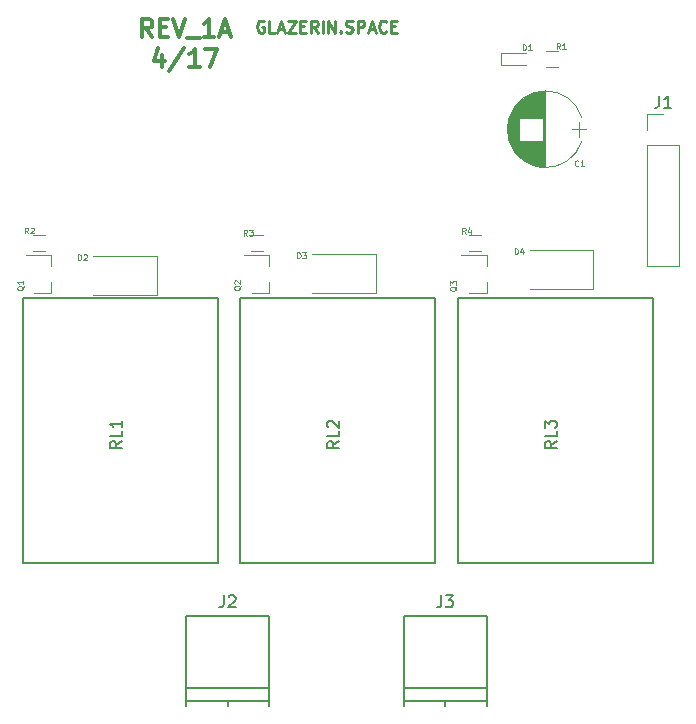
<source format=gto>
G04 #@! TF.FileFunction,Legend,Top*
%FSLAX46Y46*%
G04 Gerber Fmt 4.6, Leading zero omitted, Abs format (unit mm)*
G04 Created by KiCad (PCBNEW 4.0.6) date 04/22/17 16:30:30*
%MOMM*%
%LPD*%
G01*
G04 APERTURE LIST*
%ADD10C,0.100000*%
%ADD11C,0.250000*%
%ADD12C,0.300000*%
%ADD13C,0.150000*%
%ADD14C,0.120000*%
%ADD15C,0.125000*%
G04 APERTURE END LIST*
D10*
D11*
X148820858Y-65413000D02*
X148725620Y-65365381D01*
X148582763Y-65365381D01*
X148439905Y-65413000D01*
X148344667Y-65508238D01*
X148297048Y-65603476D01*
X148249429Y-65793952D01*
X148249429Y-65936810D01*
X148297048Y-66127286D01*
X148344667Y-66222524D01*
X148439905Y-66317762D01*
X148582763Y-66365381D01*
X148678001Y-66365381D01*
X148820858Y-66317762D01*
X148868477Y-66270143D01*
X148868477Y-65936810D01*
X148678001Y-65936810D01*
X149773239Y-66365381D02*
X149297048Y-66365381D01*
X149297048Y-65365381D01*
X150058953Y-66079667D02*
X150535144Y-66079667D01*
X149963715Y-66365381D02*
X150297048Y-65365381D01*
X150630382Y-66365381D01*
X150868477Y-65365381D02*
X151535144Y-65365381D01*
X150868477Y-66365381D01*
X151535144Y-66365381D01*
X151916096Y-65841571D02*
X152249430Y-65841571D01*
X152392287Y-66365381D02*
X151916096Y-66365381D01*
X151916096Y-65365381D01*
X152392287Y-65365381D01*
X153392287Y-66365381D02*
X153058953Y-65889190D01*
X152820858Y-66365381D02*
X152820858Y-65365381D01*
X153201811Y-65365381D01*
X153297049Y-65413000D01*
X153344668Y-65460619D01*
X153392287Y-65555857D01*
X153392287Y-65698714D01*
X153344668Y-65793952D01*
X153297049Y-65841571D01*
X153201811Y-65889190D01*
X152820858Y-65889190D01*
X153820858Y-66365381D02*
X153820858Y-65365381D01*
X154297048Y-66365381D02*
X154297048Y-65365381D01*
X154868477Y-66365381D01*
X154868477Y-65365381D01*
X155344667Y-66270143D02*
X155392286Y-66317762D01*
X155344667Y-66365381D01*
X155297048Y-66317762D01*
X155344667Y-66270143D01*
X155344667Y-66365381D01*
X155773238Y-66317762D02*
X155916095Y-66365381D01*
X156154191Y-66365381D01*
X156249429Y-66317762D01*
X156297048Y-66270143D01*
X156344667Y-66174905D01*
X156344667Y-66079667D01*
X156297048Y-65984429D01*
X156249429Y-65936810D01*
X156154191Y-65889190D01*
X155963714Y-65841571D01*
X155868476Y-65793952D01*
X155820857Y-65746333D01*
X155773238Y-65651095D01*
X155773238Y-65555857D01*
X155820857Y-65460619D01*
X155868476Y-65413000D01*
X155963714Y-65365381D01*
X156201810Y-65365381D01*
X156344667Y-65413000D01*
X156773238Y-66365381D02*
X156773238Y-65365381D01*
X157154191Y-65365381D01*
X157249429Y-65413000D01*
X157297048Y-65460619D01*
X157344667Y-65555857D01*
X157344667Y-65698714D01*
X157297048Y-65793952D01*
X157249429Y-65841571D01*
X157154191Y-65889190D01*
X156773238Y-65889190D01*
X157725619Y-66079667D02*
X158201810Y-66079667D01*
X157630381Y-66365381D02*
X157963714Y-65365381D01*
X158297048Y-66365381D01*
X159201810Y-66270143D02*
X159154191Y-66317762D01*
X159011334Y-66365381D01*
X158916096Y-66365381D01*
X158773238Y-66317762D01*
X158678000Y-66222524D01*
X158630381Y-66127286D01*
X158582762Y-65936810D01*
X158582762Y-65793952D01*
X158630381Y-65603476D01*
X158678000Y-65508238D01*
X158773238Y-65413000D01*
X158916096Y-65365381D01*
X159011334Y-65365381D01*
X159154191Y-65413000D01*
X159201810Y-65460619D01*
X159630381Y-65841571D02*
X159963715Y-65841571D01*
X160106572Y-66365381D02*
X159630381Y-66365381D01*
X159630381Y-65365381D01*
X160106572Y-65365381D01*
D12*
X139390787Y-66713571D02*
X138890787Y-65999286D01*
X138533644Y-66713571D02*
X138533644Y-65213571D01*
X139105072Y-65213571D01*
X139247930Y-65285000D01*
X139319358Y-65356429D01*
X139390787Y-65499286D01*
X139390787Y-65713571D01*
X139319358Y-65856429D01*
X139247930Y-65927857D01*
X139105072Y-65999286D01*
X138533644Y-65999286D01*
X140033644Y-65927857D02*
X140533644Y-65927857D01*
X140747930Y-66713571D02*
X140033644Y-66713571D01*
X140033644Y-65213571D01*
X140747930Y-65213571D01*
X141176501Y-65213571D02*
X141676501Y-66713571D01*
X142176501Y-65213571D01*
X142319358Y-66856429D02*
X143462215Y-66856429D01*
X144605072Y-66713571D02*
X143747929Y-66713571D01*
X144176501Y-66713571D02*
X144176501Y-65213571D01*
X144033644Y-65427857D01*
X143890786Y-65570714D01*
X143747929Y-65642143D01*
X145176500Y-66285000D02*
X145890786Y-66285000D01*
X145033643Y-66713571D02*
X145533643Y-65213571D01*
X146033643Y-66713571D01*
X140247929Y-68263571D02*
X140247929Y-69263571D01*
X139890786Y-67692143D02*
X139533643Y-68763571D01*
X140462215Y-68763571D01*
X142105071Y-67692143D02*
X140819357Y-69620714D01*
X143390786Y-69263571D02*
X142533643Y-69263571D01*
X142962215Y-69263571D02*
X142962215Y-67763571D01*
X142819358Y-67977857D01*
X142676500Y-68120714D01*
X142533643Y-68192143D01*
X143890786Y-67763571D02*
X144890786Y-67763571D01*
X144247929Y-69263571D01*
D13*
X165263000Y-111301500D02*
X181763000Y-111301500D01*
X181763000Y-111301500D02*
X181763000Y-88801500D01*
X165263000Y-88801500D02*
X181763000Y-88801500D01*
X165263000Y-111301500D02*
X165263000Y-88801500D01*
D14*
X169588060Y-75528357D02*
G75*
G03X175764736Y-75529000I3088440J979357D01*
G01*
X169588060Y-73569643D02*
G75*
G02X175764736Y-73569000I3088440J-979357D01*
G01*
X169588060Y-73569643D02*
G75*
G03X169588264Y-75529000I3088440J-979357D01*
G01*
X172676500Y-77749000D02*
X172676500Y-71349000D01*
X172636500Y-77749000D02*
X172636500Y-71349000D01*
X172596500Y-77749000D02*
X172596500Y-71349000D01*
X172556500Y-77747000D02*
X172556500Y-71351000D01*
X172516500Y-77746000D02*
X172516500Y-71352000D01*
X172476500Y-77743000D02*
X172476500Y-71355000D01*
X172436500Y-77741000D02*
X172436500Y-71357000D01*
X172396500Y-77737000D02*
X172396500Y-75529000D01*
X172396500Y-73569000D02*
X172396500Y-71361000D01*
X172356500Y-77734000D02*
X172356500Y-75529000D01*
X172356500Y-73569000D02*
X172356500Y-71364000D01*
X172316500Y-77729000D02*
X172316500Y-75529000D01*
X172316500Y-73569000D02*
X172316500Y-71369000D01*
X172276500Y-77725000D02*
X172276500Y-75529000D01*
X172276500Y-73569000D02*
X172276500Y-71373000D01*
X172236500Y-77719000D02*
X172236500Y-75529000D01*
X172236500Y-73569000D02*
X172236500Y-71379000D01*
X172196500Y-77714000D02*
X172196500Y-75529000D01*
X172196500Y-73569000D02*
X172196500Y-71384000D01*
X172156500Y-77707000D02*
X172156500Y-75529000D01*
X172156500Y-73569000D02*
X172156500Y-71391000D01*
X172116500Y-77701000D02*
X172116500Y-75529000D01*
X172116500Y-73569000D02*
X172116500Y-71397000D01*
X172076500Y-77693000D02*
X172076500Y-75529000D01*
X172076500Y-73569000D02*
X172076500Y-71405000D01*
X172036500Y-77686000D02*
X172036500Y-75529000D01*
X172036500Y-73569000D02*
X172036500Y-71412000D01*
X171996500Y-77677000D02*
X171996500Y-75529000D01*
X171996500Y-73569000D02*
X171996500Y-71421000D01*
X171955500Y-77668000D02*
X171955500Y-75529000D01*
X171955500Y-73569000D02*
X171955500Y-71430000D01*
X171915500Y-77659000D02*
X171915500Y-75529000D01*
X171915500Y-73569000D02*
X171915500Y-71439000D01*
X171875500Y-77649000D02*
X171875500Y-75529000D01*
X171875500Y-73569000D02*
X171875500Y-71449000D01*
X171835500Y-77639000D02*
X171835500Y-75529000D01*
X171835500Y-73569000D02*
X171835500Y-71459000D01*
X171795500Y-77628000D02*
X171795500Y-75529000D01*
X171795500Y-73569000D02*
X171795500Y-71470000D01*
X171755500Y-77616000D02*
X171755500Y-75529000D01*
X171755500Y-73569000D02*
X171755500Y-71482000D01*
X171715500Y-77604000D02*
X171715500Y-75529000D01*
X171715500Y-73569000D02*
X171715500Y-71494000D01*
X171675500Y-77591000D02*
X171675500Y-75529000D01*
X171675500Y-73569000D02*
X171675500Y-71507000D01*
X171635500Y-77578000D02*
X171635500Y-75529000D01*
X171635500Y-73569000D02*
X171635500Y-71520000D01*
X171595500Y-77564000D02*
X171595500Y-75529000D01*
X171595500Y-73569000D02*
X171595500Y-71534000D01*
X171555500Y-77550000D02*
X171555500Y-75529000D01*
X171555500Y-73569000D02*
X171555500Y-71548000D01*
X171515500Y-77535000D02*
X171515500Y-75529000D01*
X171515500Y-73569000D02*
X171515500Y-71563000D01*
X171475500Y-77519000D02*
X171475500Y-75529000D01*
X171475500Y-73569000D02*
X171475500Y-71579000D01*
X171435500Y-77503000D02*
X171435500Y-75529000D01*
X171435500Y-73569000D02*
X171435500Y-71595000D01*
X171395500Y-77486000D02*
X171395500Y-75529000D01*
X171395500Y-73569000D02*
X171395500Y-71612000D01*
X171355500Y-77468000D02*
X171355500Y-75529000D01*
X171355500Y-73569000D02*
X171355500Y-71630000D01*
X171315500Y-77450000D02*
X171315500Y-75529000D01*
X171315500Y-73569000D02*
X171315500Y-71648000D01*
X171275500Y-77431000D02*
X171275500Y-75529000D01*
X171275500Y-73569000D02*
X171275500Y-71667000D01*
X171235500Y-77412000D02*
X171235500Y-75529000D01*
X171235500Y-73569000D02*
X171235500Y-71686000D01*
X171195500Y-77392000D02*
X171195500Y-75529000D01*
X171195500Y-73569000D02*
X171195500Y-71706000D01*
X171155500Y-77371000D02*
X171155500Y-75529000D01*
X171155500Y-73569000D02*
X171155500Y-71727000D01*
X171115500Y-77349000D02*
X171115500Y-75529000D01*
X171115500Y-73569000D02*
X171115500Y-71749000D01*
X171075500Y-77327000D02*
X171075500Y-75529000D01*
X171075500Y-73569000D02*
X171075500Y-71771000D01*
X171035500Y-77304000D02*
X171035500Y-75529000D01*
X171035500Y-73569000D02*
X171035500Y-71794000D01*
X170995500Y-77280000D02*
X170995500Y-75529000D01*
X170995500Y-73569000D02*
X170995500Y-71818000D01*
X170955500Y-77255000D02*
X170955500Y-75529000D01*
X170955500Y-73569000D02*
X170955500Y-71843000D01*
X170915500Y-77230000D02*
X170915500Y-75529000D01*
X170915500Y-73569000D02*
X170915500Y-71868000D01*
X170875500Y-77203000D02*
X170875500Y-75529000D01*
X170875500Y-73569000D02*
X170875500Y-71895000D01*
X170835500Y-77176000D02*
X170835500Y-75529000D01*
X170835500Y-73569000D02*
X170835500Y-71922000D01*
X170795500Y-77148000D02*
X170795500Y-75529000D01*
X170795500Y-73569000D02*
X170795500Y-71950000D01*
X170755500Y-77119000D02*
X170755500Y-75529000D01*
X170755500Y-73569000D02*
X170755500Y-71979000D01*
X170715500Y-77089000D02*
X170715500Y-75529000D01*
X170715500Y-73569000D02*
X170715500Y-72009000D01*
X170675500Y-77059000D02*
X170675500Y-75529000D01*
X170675500Y-73569000D02*
X170675500Y-72039000D01*
X170635500Y-77027000D02*
X170635500Y-75529000D01*
X170635500Y-73569000D02*
X170635500Y-72071000D01*
X170595500Y-76994000D02*
X170595500Y-75529000D01*
X170595500Y-73569000D02*
X170595500Y-72104000D01*
X170555500Y-76960000D02*
X170555500Y-75529000D01*
X170555500Y-73569000D02*
X170555500Y-72138000D01*
X170515500Y-76924000D02*
X170515500Y-75529000D01*
X170515500Y-73569000D02*
X170515500Y-72174000D01*
X170475500Y-76888000D02*
X170475500Y-75529000D01*
X170475500Y-73569000D02*
X170475500Y-72210000D01*
X170435500Y-76850000D02*
X170435500Y-72248000D01*
X170395500Y-76811000D02*
X170395500Y-72287000D01*
X170355500Y-76771000D02*
X170355500Y-72327000D01*
X170315500Y-76729000D02*
X170315500Y-72369000D01*
X170275500Y-76686000D02*
X170275500Y-72412000D01*
X170235500Y-76641000D02*
X170235500Y-72457000D01*
X170195500Y-76594000D02*
X170195500Y-72504000D01*
X170155500Y-76546000D02*
X170155500Y-72552000D01*
X170115500Y-76495000D02*
X170115500Y-72603000D01*
X170075500Y-76443000D02*
X170075500Y-72655000D01*
X170035500Y-76388000D02*
X170035500Y-72710000D01*
X169995500Y-76330000D02*
X169995500Y-72768000D01*
X169955500Y-76270000D02*
X169955500Y-72828000D01*
X169915500Y-76207000D02*
X169915500Y-72891000D01*
X169875500Y-76140000D02*
X169875500Y-72958000D01*
X169835500Y-76069000D02*
X169835500Y-73029000D01*
X169795500Y-75994000D02*
X169795500Y-73104000D01*
X169755500Y-75913000D02*
X169755500Y-73185000D01*
X169715500Y-75827000D02*
X169715500Y-73271000D01*
X169675500Y-75733000D02*
X169675500Y-73365000D01*
X169635500Y-75630000D02*
X169635500Y-73468000D01*
X169595500Y-75515000D02*
X169595500Y-73583000D01*
X169555500Y-75383000D02*
X169555500Y-73715000D01*
X169515500Y-75225000D02*
X169515500Y-73873000D01*
X169475500Y-75017000D02*
X169475500Y-74081000D01*
X176126500Y-74549000D02*
X174926500Y-74549000D01*
X175526500Y-75199000D02*
X175526500Y-73899000D01*
X168943500Y-68080000D02*
X168943500Y-69080000D01*
X168943500Y-69080000D02*
X171043500Y-69080000D01*
X168943500Y-68080000D02*
X171043500Y-68080000D01*
X139798000Y-88581500D02*
X139798000Y-85281500D01*
X139798000Y-85281500D02*
X134398000Y-85281500D01*
X139798000Y-88581500D02*
X134398000Y-88581500D01*
X158340000Y-88454500D02*
X158340000Y-85154500D01*
X158340000Y-85154500D02*
X152940000Y-85154500D01*
X158340000Y-88454500D02*
X152940000Y-88454500D01*
X176723000Y-88073500D02*
X176723000Y-84773500D01*
X176723000Y-84773500D02*
X171323000Y-84773500D01*
X176723000Y-88073500D02*
X171323000Y-88073500D01*
X181296000Y-75882500D02*
X181296000Y-86102500D01*
X181296000Y-86102500D02*
X183956000Y-86102500D01*
X183956000Y-86102500D02*
X183956000Y-75882500D01*
X183956000Y-75882500D02*
X181296000Y-75882500D01*
X181296000Y-74612500D02*
X181296000Y-73282500D01*
X181296000Y-73282500D02*
X182626000Y-73282500D01*
D13*
X145768000Y-122972000D02*
X145768000Y-123372000D01*
X142268000Y-121872000D02*
X149268000Y-121872000D01*
X142268000Y-122972000D02*
X149268000Y-122972000D01*
X142268000Y-115772000D02*
X142268000Y-123372000D01*
X149268000Y-123372000D02*
X149268000Y-115772000D01*
X149268000Y-115772000D02*
X142268000Y-115772000D01*
X164183000Y-122972000D02*
X164183000Y-123372000D01*
X160683000Y-121872000D02*
X167683000Y-121872000D01*
X160683000Y-122972000D02*
X167683000Y-122972000D01*
X160683000Y-115772000D02*
X160683000Y-123372000D01*
X167683000Y-123372000D02*
X167683000Y-115772000D01*
X167683000Y-115772000D02*
X160683000Y-115772000D01*
D14*
X130824000Y-88384500D02*
X130824000Y-87454500D01*
X130824000Y-85224500D02*
X130824000Y-86154500D01*
X130824000Y-85224500D02*
X128664000Y-85224500D01*
X130824000Y-88384500D02*
X129364000Y-88384500D01*
X149286500Y-88384500D02*
X149286500Y-87454500D01*
X149286500Y-85224500D02*
X149286500Y-86154500D01*
X149286500Y-85224500D02*
X147126500Y-85224500D01*
X149286500Y-88384500D02*
X147826500Y-88384500D01*
X167701500Y-88384500D02*
X167701500Y-87454500D01*
X167701500Y-85224500D02*
X167701500Y-86154500D01*
X167701500Y-85224500D02*
X165541500Y-85224500D01*
X167701500Y-88384500D02*
X166241500Y-88384500D01*
X172728000Y-67900000D02*
X173728000Y-67900000D01*
X173728000Y-69260000D02*
X172728000Y-69260000D01*
X130282000Y-84881000D02*
X129282000Y-84881000D01*
X129282000Y-83521000D02*
X130282000Y-83521000D01*
X148772500Y-84881000D02*
X147772500Y-84881000D01*
X147772500Y-83521000D02*
X148772500Y-83521000D01*
X167187500Y-84881000D02*
X166187500Y-84881000D01*
X166187500Y-83521000D02*
X167187500Y-83521000D01*
D13*
X128433000Y-111301500D02*
X144933000Y-111301500D01*
X144933000Y-111301500D02*
X144933000Y-88801500D01*
X128433000Y-88801500D02*
X144933000Y-88801500D01*
X128433000Y-111301500D02*
X128433000Y-88801500D01*
X146848000Y-111301500D02*
X163348000Y-111301500D01*
X163348000Y-111301500D02*
X163348000Y-88801500D01*
X146848000Y-88801500D02*
X163348000Y-88801500D01*
X146848000Y-111301500D02*
X146848000Y-88801500D01*
X173615381Y-100972928D02*
X173139190Y-101306262D01*
X173615381Y-101544357D02*
X172615381Y-101544357D01*
X172615381Y-101163404D01*
X172663000Y-101068166D01*
X172710619Y-101020547D01*
X172805857Y-100972928D01*
X172948714Y-100972928D01*
X173043952Y-101020547D01*
X173091571Y-101068166D01*
X173139190Y-101163404D01*
X173139190Y-101544357D01*
X173615381Y-100068166D02*
X173615381Y-100544357D01*
X172615381Y-100544357D01*
X172615381Y-99830071D02*
X172615381Y-99211023D01*
X172996333Y-99544357D01*
X172996333Y-99401499D01*
X173043952Y-99306261D01*
X173091571Y-99258642D01*
X173186810Y-99211023D01*
X173424905Y-99211023D01*
X173520143Y-99258642D01*
X173567762Y-99306261D01*
X173615381Y-99401499D01*
X173615381Y-99687214D01*
X173567762Y-99782452D01*
X173520143Y-99830071D01*
D15*
X175456067Y-77635871D02*
X175432257Y-77659681D01*
X175360829Y-77683490D01*
X175313210Y-77683490D01*
X175241781Y-77659681D01*
X175194162Y-77612062D01*
X175170353Y-77564443D01*
X175146543Y-77469205D01*
X175146543Y-77397776D01*
X175170353Y-77302538D01*
X175194162Y-77254919D01*
X175241781Y-77207300D01*
X175313210Y-77183490D01*
X175360829Y-77183490D01*
X175432257Y-77207300D01*
X175456067Y-77231110D01*
X175932257Y-77683490D02*
X175646543Y-77683490D01*
X175789400Y-77683490D02*
X175789400Y-77183490D01*
X175741781Y-77254919D01*
X175694162Y-77302538D01*
X175646543Y-77326348D01*
X170738053Y-67866390D02*
X170738053Y-67366390D01*
X170857100Y-67366390D01*
X170928529Y-67390200D01*
X170976148Y-67437819D01*
X170999957Y-67485438D01*
X171023767Y-67580676D01*
X171023767Y-67652105D01*
X170999957Y-67747343D01*
X170976148Y-67794962D01*
X170928529Y-67842581D01*
X170857100Y-67866390D01*
X170738053Y-67866390D01*
X171499957Y-67866390D02*
X171214243Y-67866390D01*
X171357100Y-67866390D02*
X171357100Y-67366390D01*
X171309481Y-67437819D01*
X171261862Y-67485438D01*
X171214243Y-67509248D01*
X133095253Y-85633690D02*
X133095253Y-85133690D01*
X133214300Y-85133690D01*
X133285729Y-85157500D01*
X133333348Y-85205119D01*
X133357157Y-85252738D01*
X133380967Y-85347976D01*
X133380967Y-85419405D01*
X133357157Y-85514643D01*
X133333348Y-85562262D01*
X133285729Y-85609881D01*
X133214300Y-85633690D01*
X133095253Y-85633690D01*
X133571443Y-85181310D02*
X133595253Y-85157500D01*
X133642872Y-85133690D01*
X133761919Y-85133690D01*
X133809538Y-85157500D01*
X133833348Y-85181310D01*
X133857157Y-85228929D01*
X133857157Y-85276548D01*
X133833348Y-85347976D01*
X133547634Y-85633690D01*
X133857157Y-85633690D01*
X151649953Y-85481290D02*
X151649953Y-84981290D01*
X151769000Y-84981290D01*
X151840429Y-85005100D01*
X151888048Y-85052719D01*
X151911857Y-85100338D01*
X151935667Y-85195576D01*
X151935667Y-85267005D01*
X151911857Y-85362243D01*
X151888048Y-85409862D01*
X151840429Y-85457481D01*
X151769000Y-85481290D01*
X151649953Y-85481290D01*
X152102334Y-84981290D02*
X152411857Y-84981290D01*
X152245191Y-85171767D01*
X152316619Y-85171767D01*
X152364238Y-85195576D01*
X152388048Y-85219386D01*
X152411857Y-85267005D01*
X152411857Y-85386052D01*
X152388048Y-85433671D01*
X152364238Y-85457481D01*
X152316619Y-85481290D01*
X152173762Y-85481290D01*
X152126143Y-85457481D01*
X152102334Y-85433671D01*
X170064953Y-85125690D02*
X170064953Y-84625690D01*
X170184000Y-84625690D01*
X170255429Y-84649500D01*
X170303048Y-84697119D01*
X170326857Y-84744738D01*
X170350667Y-84839976D01*
X170350667Y-84911405D01*
X170326857Y-85006643D01*
X170303048Y-85054262D01*
X170255429Y-85101881D01*
X170184000Y-85125690D01*
X170064953Y-85125690D01*
X170779238Y-84792357D02*
X170779238Y-85125690D01*
X170660191Y-84601881D02*
X170541143Y-84959024D01*
X170850667Y-84959024D01*
D13*
X182292667Y-71734881D02*
X182292667Y-72449167D01*
X182245047Y-72592024D01*
X182149809Y-72687262D01*
X182006952Y-72734881D01*
X181911714Y-72734881D01*
X183292667Y-72734881D02*
X182721238Y-72734881D01*
X183006952Y-72734881D02*
X183006952Y-71734881D01*
X182911714Y-71877738D01*
X182816476Y-71972976D01*
X182721238Y-72020595D01*
X145434667Y-114024381D02*
X145434667Y-114738667D01*
X145387047Y-114881524D01*
X145291809Y-114976762D01*
X145148952Y-115024381D01*
X145053714Y-115024381D01*
X145863238Y-114119619D02*
X145910857Y-114072000D01*
X146006095Y-114024381D01*
X146244191Y-114024381D01*
X146339429Y-114072000D01*
X146387048Y-114119619D01*
X146434667Y-114214857D01*
X146434667Y-114310095D01*
X146387048Y-114452952D01*
X145815619Y-115024381D01*
X146434667Y-115024381D01*
X163849667Y-114024381D02*
X163849667Y-114738667D01*
X163802047Y-114881524D01*
X163706809Y-114976762D01*
X163563952Y-115024381D01*
X163468714Y-115024381D01*
X164230619Y-114024381D02*
X164849667Y-114024381D01*
X164516333Y-114405333D01*
X164659191Y-114405333D01*
X164754429Y-114452952D01*
X164802048Y-114500571D01*
X164849667Y-114595810D01*
X164849667Y-114833905D01*
X164802048Y-114929143D01*
X164754429Y-114976762D01*
X164659191Y-115024381D01*
X164373476Y-115024381D01*
X164278238Y-114976762D01*
X164230619Y-114929143D01*
D15*
X128505710Y-87830019D02*
X128481900Y-87877638D01*
X128434281Y-87925257D01*
X128362852Y-87996686D01*
X128339043Y-88044305D01*
X128339043Y-88091924D01*
X128458090Y-88068114D02*
X128434281Y-88115733D01*
X128386662Y-88163352D01*
X128291424Y-88187162D01*
X128124757Y-88187162D01*
X128029519Y-88163352D01*
X127981900Y-88115733D01*
X127958090Y-88068114D01*
X127958090Y-87972876D01*
X127981900Y-87925257D01*
X128029519Y-87877638D01*
X128124757Y-87853829D01*
X128291424Y-87853829D01*
X128386662Y-87877638D01*
X128434281Y-87925257D01*
X128458090Y-87972876D01*
X128458090Y-88068114D01*
X128458090Y-87377638D02*
X128458090Y-87663352D01*
X128458090Y-87520495D02*
X127958090Y-87520495D01*
X128029519Y-87568114D01*
X128077138Y-87615733D01*
X128100948Y-87663352D01*
X146882610Y-87804619D02*
X146858800Y-87852238D01*
X146811181Y-87899857D01*
X146739752Y-87971286D01*
X146715943Y-88018905D01*
X146715943Y-88066524D01*
X146834990Y-88042714D02*
X146811181Y-88090333D01*
X146763562Y-88137952D01*
X146668324Y-88161762D01*
X146501657Y-88161762D01*
X146406419Y-88137952D01*
X146358800Y-88090333D01*
X146334990Y-88042714D01*
X146334990Y-87947476D01*
X146358800Y-87899857D01*
X146406419Y-87852238D01*
X146501657Y-87828429D01*
X146668324Y-87828429D01*
X146763562Y-87852238D01*
X146811181Y-87899857D01*
X146834990Y-87947476D01*
X146834990Y-88042714D01*
X146382610Y-87637952D02*
X146358800Y-87614142D01*
X146334990Y-87566523D01*
X146334990Y-87447476D01*
X146358800Y-87399857D01*
X146382610Y-87376047D01*
X146430229Y-87352238D01*
X146477848Y-87352238D01*
X146549276Y-87376047D01*
X146834990Y-87661761D01*
X146834990Y-87352238D01*
X165157910Y-87855419D02*
X165134100Y-87903038D01*
X165086481Y-87950657D01*
X165015052Y-88022086D01*
X164991243Y-88069705D01*
X164991243Y-88117324D01*
X165110290Y-88093514D02*
X165086481Y-88141133D01*
X165038862Y-88188752D01*
X164943624Y-88212562D01*
X164776957Y-88212562D01*
X164681719Y-88188752D01*
X164634100Y-88141133D01*
X164610290Y-88093514D01*
X164610290Y-87998276D01*
X164634100Y-87950657D01*
X164681719Y-87903038D01*
X164776957Y-87879229D01*
X164943624Y-87879229D01*
X165038862Y-87903038D01*
X165086481Y-87950657D01*
X165110290Y-87998276D01*
X165110290Y-88093514D01*
X164610290Y-87712561D02*
X164610290Y-87403038D01*
X164800767Y-87569704D01*
X164800767Y-87498276D01*
X164824576Y-87450657D01*
X164848386Y-87426847D01*
X164896005Y-87403038D01*
X165015052Y-87403038D01*
X165062671Y-87426847D01*
X165086481Y-87450657D01*
X165110290Y-87498276D01*
X165110290Y-87641133D01*
X165086481Y-87688752D01*
X165062671Y-87712561D01*
X173906667Y-67764790D02*
X173740000Y-67526695D01*
X173620953Y-67764790D02*
X173620953Y-67264790D01*
X173811429Y-67264790D01*
X173859048Y-67288600D01*
X173882857Y-67312410D01*
X173906667Y-67360029D01*
X173906667Y-67431457D01*
X173882857Y-67479076D01*
X173859048Y-67502886D01*
X173811429Y-67526695D01*
X173620953Y-67526695D01*
X174382857Y-67764790D02*
X174097143Y-67764790D01*
X174240000Y-67764790D02*
X174240000Y-67264790D01*
X174192381Y-67336219D01*
X174144762Y-67383838D01*
X174097143Y-67407648D01*
X128897867Y-83373090D02*
X128731200Y-83134995D01*
X128612153Y-83373090D02*
X128612153Y-82873090D01*
X128802629Y-82873090D01*
X128850248Y-82896900D01*
X128874057Y-82920710D01*
X128897867Y-82968329D01*
X128897867Y-83039757D01*
X128874057Y-83087376D01*
X128850248Y-83111186D01*
X128802629Y-83134995D01*
X128612153Y-83134995D01*
X129088343Y-82920710D02*
X129112153Y-82896900D01*
X129159772Y-82873090D01*
X129278819Y-82873090D01*
X129326438Y-82896900D01*
X129350248Y-82920710D01*
X129374057Y-82968329D01*
X129374057Y-83015948D01*
X129350248Y-83087376D01*
X129064534Y-83373090D01*
X129374057Y-83373090D01*
X147439867Y-83550890D02*
X147273200Y-83312795D01*
X147154153Y-83550890D02*
X147154153Y-83050890D01*
X147344629Y-83050890D01*
X147392248Y-83074700D01*
X147416057Y-83098510D01*
X147439867Y-83146129D01*
X147439867Y-83217557D01*
X147416057Y-83265176D01*
X147392248Y-83288986D01*
X147344629Y-83312795D01*
X147154153Y-83312795D01*
X147606534Y-83050890D02*
X147916057Y-83050890D01*
X147749391Y-83241367D01*
X147820819Y-83241367D01*
X147868438Y-83265176D01*
X147892248Y-83288986D01*
X147916057Y-83336605D01*
X147916057Y-83455652D01*
X147892248Y-83503271D01*
X147868438Y-83527081D01*
X147820819Y-83550890D01*
X147677962Y-83550890D01*
X147630343Y-83527081D01*
X147606534Y-83503271D01*
X165905667Y-83385790D02*
X165739000Y-83147695D01*
X165619953Y-83385790D02*
X165619953Y-82885790D01*
X165810429Y-82885790D01*
X165858048Y-82909600D01*
X165881857Y-82933410D01*
X165905667Y-82981029D01*
X165905667Y-83052457D01*
X165881857Y-83100076D01*
X165858048Y-83123886D01*
X165810429Y-83147695D01*
X165619953Y-83147695D01*
X166334238Y-83052457D02*
X166334238Y-83385790D01*
X166215191Y-82861981D02*
X166096143Y-83219124D01*
X166405667Y-83219124D01*
D13*
X136785381Y-100972928D02*
X136309190Y-101306262D01*
X136785381Y-101544357D02*
X135785381Y-101544357D01*
X135785381Y-101163404D01*
X135833000Y-101068166D01*
X135880619Y-101020547D01*
X135975857Y-100972928D01*
X136118714Y-100972928D01*
X136213952Y-101020547D01*
X136261571Y-101068166D01*
X136309190Y-101163404D01*
X136309190Y-101544357D01*
X136785381Y-100068166D02*
X136785381Y-100544357D01*
X135785381Y-100544357D01*
X136785381Y-99211023D02*
X136785381Y-99782452D01*
X136785381Y-99496738D02*
X135785381Y-99496738D01*
X135928238Y-99591976D01*
X136023476Y-99687214D01*
X136071095Y-99782452D01*
X155200381Y-100972928D02*
X154724190Y-101306262D01*
X155200381Y-101544357D02*
X154200381Y-101544357D01*
X154200381Y-101163404D01*
X154248000Y-101068166D01*
X154295619Y-101020547D01*
X154390857Y-100972928D01*
X154533714Y-100972928D01*
X154628952Y-101020547D01*
X154676571Y-101068166D01*
X154724190Y-101163404D01*
X154724190Y-101544357D01*
X155200381Y-100068166D02*
X155200381Y-100544357D01*
X154200381Y-100544357D01*
X154295619Y-99782452D02*
X154248000Y-99734833D01*
X154200381Y-99639595D01*
X154200381Y-99401499D01*
X154248000Y-99306261D01*
X154295619Y-99258642D01*
X154390857Y-99211023D01*
X154486095Y-99211023D01*
X154628952Y-99258642D01*
X155200381Y-99830071D01*
X155200381Y-99211023D01*
M02*

</source>
